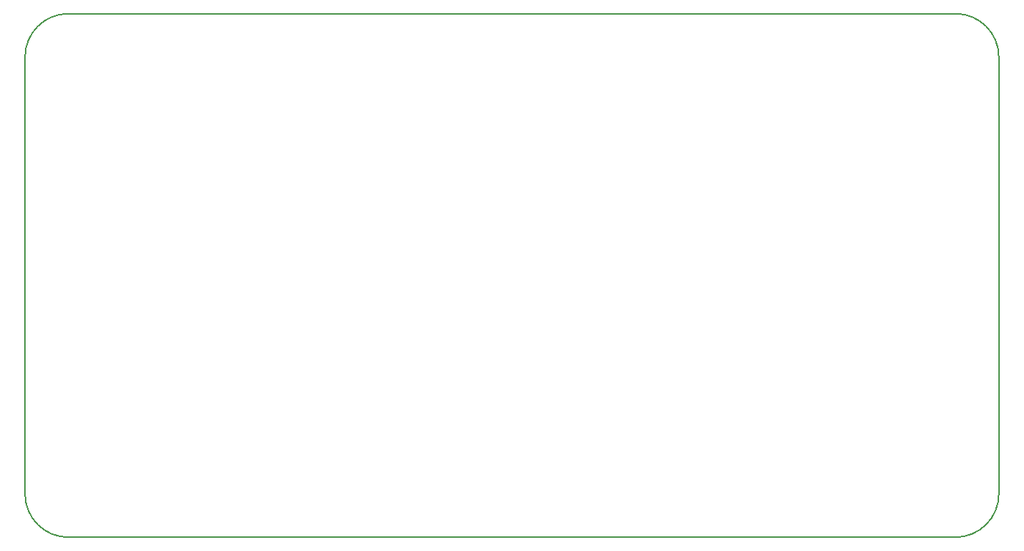
<source format=gbr>
%TF.GenerationSoftware,KiCad,Pcbnew,8.0.6*%
%TF.CreationDate,2024-11-13T10:13:59+01:00*%
%TF.ProjectId,5uH_LISN,3575485f-4c49-4534-9e2e-6b696361645f,V1 R0*%
%TF.SameCoordinates,Original*%
%TF.FileFunction,Profile,NP*%
%FSLAX46Y46*%
G04 Gerber Fmt 4.6, Leading zero omitted, Abs format (unit mm)*
G04 Created by KiCad (PCBNEW 8.0.6) date 2024-11-13 10:13:59*
%MOMM*%
%LPD*%
G01*
G04 APERTURE LIST*
%TA.AperFunction,Profile*%
%ADD10C,0.150000*%
%TD*%
G04 APERTURE END LIST*
D10*
X5000000Y60500000D02*
X107400000Y60500000D01*
X0Y5000000D02*
X0Y55500000D01*
X107400000Y60500000D02*
G75*
G02*
X112400000Y55500000I0J-5000000D01*
G01*
X112400000Y5000000D02*
G75*
G02*
X107400000Y0I-5000000J0D01*
G01*
X5000000Y0D02*
G75*
G02*
X0Y5000000I0J5000000D01*
G01*
X5000000Y0D02*
X107400000Y0D01*
X0Y55500000D02*
G75*
G02*
X5000000Y60500000I5000000J0D01*
G01*
X112400000Y5000000D02*
X112400000Y55500000D01*
M02*

</source>
